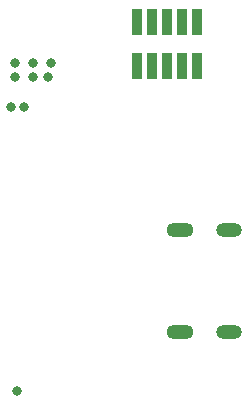
<source format=gbs>
G04 Layer_Color=16711935*
%FSLAX44Y44*%
%MOMM*%
G71*
G01*
G75*
%ADD96O,2.3000X1.2500*%
%ADD97O,2.2000X1.2000*%
%ADD98C,0.8000*%
%ADD99R,0.9600X2.2500*%
D96*
X300200Y263200D02*
D03*
Y176800D02*
D03*
D97*
X342000Y263200D02*
D03*
Y176800D02*
D03*
D98*
X190500Y405000D02*
D03*
X175500D02*
D03*
Y392500D02*
D03*
X188000Y393000D02*
D03*
X160500Y405000D02*
D03*
Y392500D02*
D03*
X168000Y367500D02*
D03*
X162250Y127250D02*
D03*
X156750Y367000D02*
D03*
D99*
X314800Y402000D02*
D03*
X302100D02*
D03*
X289400D02*
D03*
X276700D02*
D03*
X264000D02*
D03*
X314800Y439000D02*
D03*
X302100D02*
D03*
X289400D02*
D03*
X276700D02*
D03*
X264000D02*
D03*
M02*

</source>
